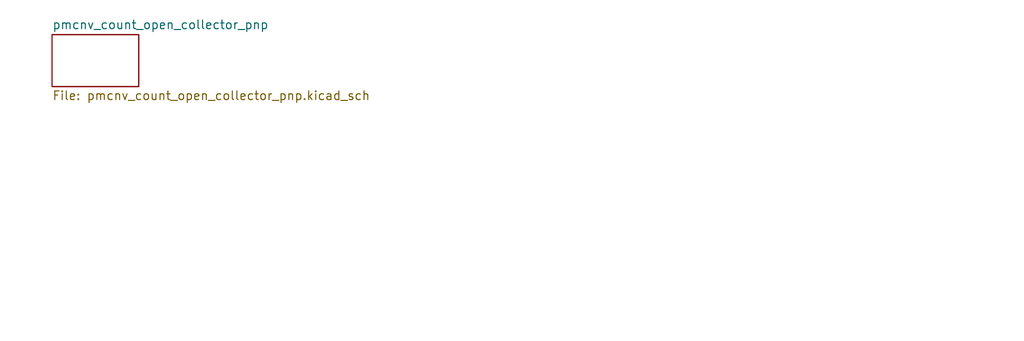
<source format=kicad_sch>
(kicad_sch
	(version 20250114)
	(generator "eeschema")
	(generator_version "9.0")
	(uuid "2faf2419-6ff5-4f99-ba44-f714477e38cc")
	(paper "User" 150 50)
	(lib_symbols)
	(sheet
		(at 7.62 5.08)
		(size 12.7 7.62)
		(exclude_from_sim no)
		(in_bom yes)
		(on_board yes)
		(dnp no)
		(fields_autoplaced yes)
		(stroke
			(width 0.1524)
			(type solid)
		)
		(fill
			(color 0 0 0 0.0000)
		)
		(uuid "e9652961-f5c6-4a29-92d3-55f0733f2c18")
		(property "Sheetname" "pmcnv_count_open_collector_pnp"
			(at 7.62 4.3684 0)
			(effects
				(font
					(size 1.27 1.27)
				)
				(justify left bottom)
			)
		)
		(property "Sheetfile" "pmcnv_count_open_collector_pnp.kicad_sch"
			(at 7.62 13.2846 0)
			(effects
				(font
					(size 1.27 1.27)
				)
				(justify left top)
			)
		)
		(instances
			(project "kicad_images"
				(path "/2faf2419-6ff5-4f99-ba44-f714477e38cc"
					(page "2")
				)
			)
		)
	)
	(sheet_instances
		(path "/"
			(page "1")
		)
	)
	(embedded_fonts no)
	(embedded_files
		(file
			(name "empty_frame.kicad_wks")
			(type worksheet)
			(data |KLUv/WCWAeUHAGKOKhhwzwMg3TTpyA+ydS393/kiQOL3JdD/51kuwLy/tsIYQ/9Sz5QcDWyyhJMh
				jAPQWnNfLRN5Sr52evHxX/3JT75cqXTgR3pqh0tt7+pW+Yglw8nvyN/3uCWkukCy/zaZ7DsNdRi5
				0sYR6Ximo2BGAbLzC7W60iiYQuTO6P2rH2jNTdT3hULxjuf26dJHND12+4h37QZoLiBijIOEkqul
				17sCmruQdSyIQiEgIiCAgglU8QZACGFB1SbxOzzW6NRLp054daALhxoc7DUpO1AyR4WQCDFqAy8s
				Z+5arNut2IaeAaNHKd24kDAu1SdgQRUvxAfzXNIS1/igUA==|
			)
			(checksum "267A47BC7249682BA7208B5957E7531B")
		)
	)
)

</source>
